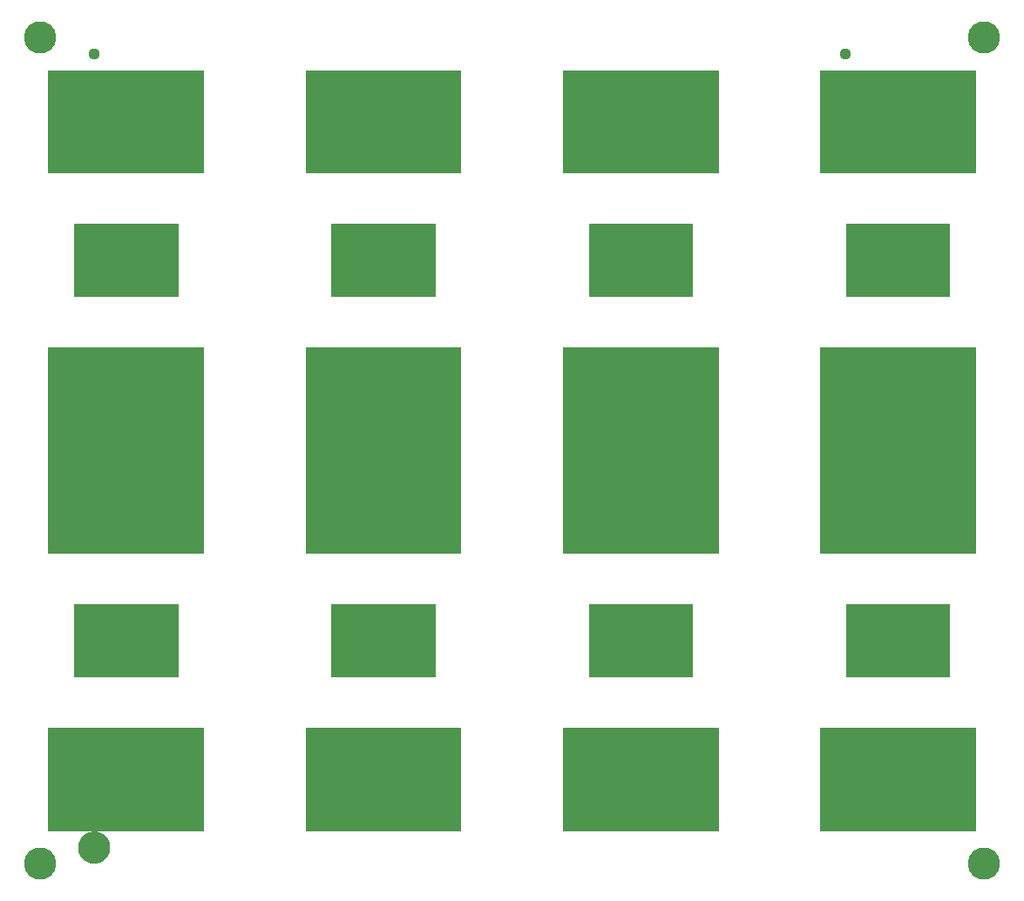
<source format=gbr>
G04 EAGLE Gerber RS-274X export*
G75*
%MOMM*%
%FSLAX34Y34*%
%LPD*%
%INSoldermask Bottom*%
%IPPOS*%
%AMOC8*
5,1,8,0,0,1.08239X$1,22.5*%
G01*
%ADD10C,3.126994*%
%ADD11P,1.761049X8X202.500000*%
%ADD12C,1.127000*%
%ADD13C,1.270000*%
%ADD14C,1.627000*%

G36*
X190065Y269377D02*
X190065Y269377D01*
X190131Y269379D01*
X190174Y269397D01*
X190221Y269405D01*
X190278Y269439D01*
X190338Y269464D01*
X190373Y269495D01*
X190414Y269520D01*
X190456Y269571D01*
X190504Y269615D01*
X190526Y269657D01*
X190555Y269694D01*
X190576Y269756D01*
X190607Y269815D01*
X190615Y269869D01*
X190627Y269906D01*
X190626Y269946D01*
X190634Y270000D01*
X190634Y369000D01*
X190623Y369065D01*
X190621Y369131D01*
X190603Y369174D01*
X190595Y369221D01*
X190561Y369278D01*
X190536Y369338D01*
X190505Y369373D01*
X190480Y369414D01*
X190429Y369456D01*
X190385Y369504D01*
X190414Y369521D01*
X190456Y369572D01*
X190504Y369617D01*
X190526Y369659D01*
X190555Y369696D01*
X190576Y369758D01*
X190607Y369816D01*
X190615Y369871D01*
X190627Y369908D01*
X190626Y369947D01*
X190634Y370002D01*
X190634Y470002D01*
X190623Y470067D01*
X190621Y470132D01*
X190603Y470176D01*
X190595Y470223D01*
X190561Y470279D01*
X190536Y470340D01*
X190505Y470375D01*
X190480Y470416D01*
X190429Y470457D01*
X190385Y470506D01*
X190343Y470527D01*
X190306Y470557D01*
X190244Y470578D01*
X190185Y470608D01*
X190131Y470617D01*
X190094Y470629D01*
X190054Y470628D01*
X190000Y470636D01*
X40000Y470636D01*
X39935Y470624D01*
X39869Y470622D01*
X39826Y470605D01*
X39779Y470596D01*
X39722Y470563D01*
X39662Y470538D01*
X39627Y470506D01*
X39586Y470482D01*
X39545Y470431D01*
X39496Y470387D01*
X39474Y470345D01*
X39445Y470308D01*
X39424Y470246D01*
X39393Y470187D01*
X39385Y470133D01*
X39373Y470096D01*
X39374Y470056D01*
X39366Y470002D01*
X39366Y370002D01*
X39377Y369937D01*
X39379Y369871D01*
X39397Y369828D01*
X39405Y369781D01*
X39439Y369724D01*
X39464Y369663D01*
X39495Y369629D01*
X39520Y369588D01*
X39571Y369546D01*
X39615Y369498D01*
X39586Y369480D01*
X39545Y369429D01*
X39496Y369385D01*
X39474Y369343D01*
X39445Y369306D01*
X39424Y369244D01*
X39393Y369185D01*
X39385Y369131D01*
X39373Y369094D01*
X39374Y369054D01*
X39366Y369000D01*
X39366Y270000D01*
X39377Y269935D01*
X39379Y269869D01*
X39397Y269826D01*
X39405Y269779D01*
X39439Y269722D01*
X39464Y269662D01*
X39495Y269627D01*
X39520Y269586D01*
X39571Y269545D01*
X39615Y269496D01*
X39657Y269474D01*
X39694Y269445D01*
X39756Y269424D01*
X39815Y269393D01*
X39869Y269385D01*
X39906Y269373D01*
X39946Y269374D01*
X40000Y269366D01*
X190000Y269366D01*
X190065Y269377D01*
G37*
G36*
X940076Y269377D02*
X940076Y269377D01*
X940142Y269379D01*
X940185Y269397D01*
X940232Y269405D01*
X940289Y269439D01*
X940350Y269464D01*
X940385Y269495D01*
X940425Y269520D01*
X940467Y269571D01*
X940515Y269615D01*
X940537Y269657D01*
X940567Y269694D01*
X940588Y269756D01*
X940618Y269815D01*
X940626Y269869D01*
X940638Y269906D01*
X940637Y269946D01*
X940645Y270000D01*
X940645Y369000D01*
X940634Y369065D01*
X940632Y369131D01*
X940614Y369174D01*
X940606Y369221D01*
X940572Y369278D01*
X940548Y369338D01*
X940516Y369373D01*
X940492Y369414D01*
X940441Y369456D01*
X940396Y369504D01*
X940425Y369521D01*
X940467Y369572D01*
X940515Y369617D01*
X940537Y369659D01*
X940567Y369696D01*
X940588Y369758D01*
X940618Y369816D01*
X940626Y369871D01*
X940638Y369908D01*
X940637Y369947D01*
X940645Y370002D01*
X940645Y470002D01*
X940634Y470067D01*
X940632Y470132D01*
X940614Y470176D01*
X940606Y470223D01*
X940572Y470279D01*
X940548Y470340D01*
X940516Y470375D01*
X940492Y470416D01*
X940441Y470457D01*
X940396Y470506D01*
X940354Y470527D01*
X940317Y470557D01*
X940255Y470578D01*
X940197Y470608D01*
X940142Y470617D01*
X940105Y470629D01*
X940066Y470628D01*
X940011Y470636D01*
X790011Y470636D01*
X789946Y470624D01*
X789881Y470622D01*
X789837Y470605D01*
X789790Y470596D01*
X789734Y470563D01*
X789673Y470538D01*
X789638Y470506D01*
X789597Y470482D01*
X789556Y470431D01*
X789507Y470387D01*
X789486Y470345D01*
X789456Y470308D01*
X789435Y470246D01*
X789405Y470187D01*
X789397Y470133D01*
X789384Y470096D01*
X789385Y470056D01*
X789377Y470002D01*
X789377Y370002D01*
X789389Y369937D01*
X789391Y369871D01*
X789408Y369828D01*
X789417Y369781D01*
X789450Y369724D01*
X789475Y369663D01*
X789507Y369629D01*
X789531Y369588D01*
X789582Y369546D01*
X789626Y369498D01*
X789597Y369480D01*
X789556Y369429D01*
X789507Y369385D01*
X789486Y369343D01*
X789456Y369306D01*
X789435Y369244D01*
X789405Y369185D01*
X789397Y369131D01*
X789384Y369094D01*
X789385Y369054D01*
X789377Y369000D01*
X789377Y270000D01*
X789389Y269935D01*
X789391Y269869D01*
X789408Y269826D01*
X789417Y269779D01*
X789450Y269722D01*
X789475Y269662D01*
X789507Y269627D01*
X789531Y269586D01*
X789582Y269545D01*
X789626Y269496D01*
X789668Y269474D01*
X789705Y269445D01*
X789767Y269424D01*
X789826Y269393D01*
X789880Y269385D01*
X789917Y269373D01*
X789957Y269374D01*
X790011Y269366D01*
X940011Y269366D01*
X940076Y269377D01*
G37*
G36*
X690064Y269377D02*
X690064Y269377D01*
X690130Y269379D01*
X690173Y269397D01*
X690220Y269405D01*
X690277Y269439D01*
X690337Y269464D01*
X690372Y269495D01*
X690413Y269520D01*
X690455Y269571D01*
X690503Y269615D01*
X690525Y269657D01*
X690554Y269694D01*
X690575Y269756D01*
X690606Y269815D01*
X690614Y269869D01*
X690626Y269906D01*
X690625Y269946D01*
X690633Y270000D01*
X690633Y369000D01*
X690622Y369065D01*
X690620Y369131D01*
X690602Y369174D01*
X690594Y369221D01*
X690560Y369278D01*
X690535Y369338D01*
X690504Y369373D01*
X690479Y369414D01*
X690428Y369456D01*
X690384Y369504D01*
X690413Y369521D01*
X690455Y369572D01*
X690503Y369617D01*
X690525Y369659D01*
X690554Y369696D01*
X690575Y369758D01*
X690606Y369816D01*
X690614Y369871D01*
X690626Y369908D01*
X690625Y369947D01*
X690633Y370002D01*
X690633Y470002D01*
X690622Y470067D01*
X690620Y470132D01*
X690602Y470176D01*
X690594Y470223D01*
X690560Y470279D01*
X690535Y470340D01*
X690504Y470375D01*
X690479Y470416D01*
X690428Y470457D01*
X690384Y470506D01*
X690342Y470527D01*
X690305Y470557D01*
X690243Y470578D01*
X690184Y470608D01*
X690130Y470617D01*
X690093Y470629D01*
X690053Y470628D01*
X689999Y470636D01*
X539999Y470636D01*
X539934Y470624D01*
X539868Y470622D01*
X539825Y470605D01*
X539778Y470596D01*
X539721Y470563D01*
X539661Y470538D01*
X539626Y470506D01*
X539585Y470482D01*
X539544Y470431D01*
X539495Y470387D01*
X539473Y470345D01*
X539444Y470308D01*
X539423Y470246D01*
X539392Y470187D01*
X539384Y470133D01*
X539372Y470096D01*
X539373Y470056D01*
X539365Y470002D01*
X539365Y370002D01*
X539376Y369937D01*
X539378Y369871D01*
X539396Y369828D01*
X539404Y369781D01*
X539438Y369724D01*
X539463Y369663D01*
X539494Y369629D01*
X539519Y369588D01*
X539570Y369546D01*
X539614Y369498D01*
X539585Y369480D01*
X539544Y369429D01*
X539495Y369385D01*
X539473Y369343D01*
X539444Y369306D01*
X539423Y369244D01*
X539392Y369185D01*
X539384Y369131D01*
X539372Y369094D01*
X539373Y369054D01*
X539365Y369000D01*
X539365Y270000D01*
X539376Y269935D01*
X539378Y269869D01*
X539396Y269826D01*
X539404Y269779D01*
X539438Y269722D01*
X539463Y269662D01*
X539494Y269627D01*
X539519Y269586D01*
X539570Y269545D01*
X539614Y269496D01*
X539656Y269474D01*
X539693Y269445D01*
X539755Y269424D01*
X539814Y269393D01*
X539868Y269385D01*
X539905Y269373D01*
X539945Y269374D01*
X539999Y269366D01*
X689999Y269366D01*
X690064Y269377D01*
G37*
G36*
X440077Y269377D02*
X440077Y269377D01*
X440143Y269379D01*
X440186Y269397D01*
X440233Y269405D01*
X440290Y269439D01*
X440351Y269464D01*
X440386Y269495D01*
X440426Y269520D01*
X440468Y269571D01*
X440516Y269615D01*
X440538Y269657D01*
X440568Y269694D01*
X440589Y269756D01*
X440619Y269815D01*
X440627Y269869D01*
X440639Y269906D01*
X440638Y269946D01*
X440646Y270000D01*
X440646Y369000D01*
X440635Y369065D01*
X440633Y369131D01*
X440615Y369174D01*
X440607Y369221D01*
X440573Y369278D01*
X440549Y369338D01*
X440517Y369373D01*
X440493Y369414D01*
X440442Y369456D01*
X440397Y369504D01*
X440426Y369521D01*
X440468Y369572D01*
X440516Y369617D01*
X440538Y369659D01*
X440568Y369696D01*
X440589Y369758D01*
X440619Y369816D01*
X440627Y369871D01*
X440639Y369908D01*
X440638Y369947D01*
X440646Y370002D01*
X440646Y470002D01*
X440635Y470067D01*
X440633Y470132D01*
X440615Y470176D01*
X440607Y470223D01*
X440573Y470279D01*
X440549Y470340D01*
X440517Y470375D01*
X440493Y470416D01*
X440442Y470457D01*
X440397Y470506D01*
X440355Y470527D01*
X440318Y470557D01*
X440256Y470578D01*
X440198Y470608D01*
X440143Y470617D01*
X440106Y470629D01*
X440067Y470628D01*
X440012Y470636D01*
X290012Y470636D01*
X289947Y470624D01*
X289882Y470622D01*
X289838Y470605D01*
X289791Y470596D01*
X289735Y470563D01*
X289674Y470538D01*
X289639Y470506D01*
X289598Y470482D01*
X289557Y470431D01*
X289508Y470387D01*
X289487Y470345D01*
X289457Y470308D01*
X289436Y470246D01*
X289406Y470187D01*
X289398Y470133D01*
X289385Y470096D01*
X289386Y470056D01*
X289378Y470002D01*
X289378Y370002D01*
X289390Y369937D01*
X289392Y369871D01*
X289409Y369828D01*
X289418Y369781D01*
X289451Y369724D01*
X289476Y369663D01*
X289508Y369629D01*
X289532Y369588D01*
X289583Y369546D01*
X289627Y369498D01*
X289598Y369480D01*
X289557Y369429D01*
X289508Y369385D01*
X289487Y369343D01*
X289457Y369306D01*
X289436Y369244D01*
X289406Y369185D01*
X289398Y369131D01*
X289385Y369094D01*
X289386Y369054D01*
X289378Y369000D01*
X289378Y270000D01*
X289390Y269935D01*
X289392Y269869D01*
X289409Y269826D01*
X289418Y269779D01*
X289451Y269722D01*
X289476Y269662D01*
X289508Y269627D01*
X289532Y269586D01*
X289583Y269545D01*
X289627Y269496D01*
X289669Y269474D01*
X289706Y269445D01*
X289768Y269424D01*
X289827Y269393D01*
X289881Y269385D01*
X289918Y269373D01*
X289958Y269374D01*
X290012Y269366D01*
X440012Y269366D01*
X440077Y269377D01*
G37*
G36*
X940076Y-623D02*
X940076Y-623D01*
X940142Y-621D01*
X940185Y-603D01*
X940232Y-595D01*
X940289Y-561D01*
X940350Y-536D01*
X940385Y-505D01*
X940425Y-480D01*
X940467Y-429D01*
X940515Y-385D01*
X940537Y-343D01*
X940567Y-306D01*
X940588Y-244D01*
X940618Y-185D01*
X940626Y-131D01*
X940638Y-94D01*
X940637Y-54D01*
X940645Y0D01*
X940645Y100000D01*
X940634Y100065D01*
X940632Y100131D01*
X940614Y100174D01*
X940606Y100221D01*
X940572Y100278D01*
X940548Y100338D01*
X940516Y100373D01*
X940492Y100414D01*
X940441Y100456D01*
X940396Y100504D01*
X940354Y100526D01*
X940317Y100555D01*
X940255Y100576D01*
X940197Y100607D01*
X940142Y100615D01*
X940105Y100627D01*
X940066Y100626D01*
X940011Y100634D01*
X790011Y100634D01*
X789946Y100623D01*
X789881Y100621D01*
X789837Y100603D01*
X789790Y100595D01*
X789734Y100561D01*
X789673Y100536D01*
X789638Y100505D01*
X789597Y100480D01*
X789556Y100429D01*
X789507Y100385D01*
X789486Y100343D01*
X789456Y100306D01*
X789435Y100244D01*
X789405Y100185D01*
X789397Y100131D01*
X789384Y100094D01*
X789385Y100054D01*
X789377Y100000D01*
X789377Y0D01*
X789389Y-65D01*
X789391Y-131D01*
X789408Y-174D01*
X789417Y-221D01*
X789450Y-278D01*
X789475Y-338D01*
X789507Y-373D01*
X789531Y-414D01*
X789582Y-456D01*
X789626Y-504D01*
X789668Y-526D01*
X789705Y-555D01*
X789767Y-576D01*
X789826Y-607D01*
X789880Y-615D01*
X789917Y-627D01*
X789957Y-626D01*
X790011Y-634D01*
X940011Y-634D01*
X940076Y-623D01*
G37*
G36*
X690064Y-623D02*
X690064Y-623D01*
X690130Y-621D01*
X690173Y-603D01*
X690220Y-595D01*
X690277Y-561D01*
X690337Y-536D01*
X690372Y-505D01*
X690413Y-480D01*
X690455Y-429D01*
X690503Y-385D01*
X690525Y-343D01*
X690554Y-306D01*
X690575Y-244D01*
X690606Y-185D01*
X690614Y-131D01*
X690626Y-94D01*
X690625Y-54D01*
X690633Y0D01*
X690633Y100000D01*
X690622Y100065D01*
X690620Y100131D01*
X690602Y100174D01*
X690594Y100221D01*
X690560Y100278D01*
X690535Y100338D01*
X690504Y100373D01*
X690479Y100414D01*
X690428Y100456D01*
X690384Y100504D01*
X690342Y100526D01*
X690305Y100555D01*
X690243Y100576D01*
X690184Y100607D01*
X690130Y100615D01*
X690093Y100627D01*
X690053Y100626D01*
X689999Y100634D01*
X539999Y100634D01*
X539934Y100623D01*
X539868Y100621D01*
X539825Y100603D01*
X539778Y100595D01*
X539721Y100561D01*
X539661Y100536D01*
X539626Y100505D01*
X539585Y100480D01*
X539544Y100429D01*
X539495Y100385D01*
X539473Y100343D01*
X539444Y100306D01*
X539423Y100244D01*
X539392Y100185D01*
X539384Y100131D01*
X539372Y100094D01*
X539373Y100054D01*
X539365Y100000D01*
X539365Y0D01*
X539376Y-65D01*
X539378Y-131D01*
X539396Y-174D01*
X539404Y-221D01*
X539438Y-278D01*
X539463Y-338D01*
X539494Y-373D01*
X539519Y-414D01*
X539570Y-456D01*
X539614Y-504D01*
X539656Y-526D01*
X539693Y-555D01*
X539755Y-576D01*
X539814Y-607D01*
X539868Y-615D01*
X539905Y-627D01*
X539945Y-626D01*
X539999Y-634D01*
X689999Y-634D01*
X690064Y-623D01*
G37*
G36*
X440077Y-623D02*
X440077Y-623D01*
X440143Y-621D01*
X440186Y-603D01*
X440233Y-595D01*
X440290Y-561D01*
X440351Y-536D01*
X440386Y-505D01*
X440426Y-480D01*
X440468Y-429D01*
X440516Y-385D01*
X440538Y-343D01*
X440568Y-306D01*
X440589Y-244D01*
X440619Y-185D01*
X440627Y-131D01*
X440639Y-94D01*
X440638Y-54D01*
X440646Y0D01*
X440646Y100000D01*
X440635Y100065D01*
X440633Y100131D01*
X440615Y100174D01*
X440607Y100221D01*
X440573Y100278D01*
X440549Y100338D01*
X440517Y100373D01*
X440493Y100414D01*
X440442Y100456D01*
X440397Y100504D01*
X440355Y100526D01*
X440318Y100555D01*
X440256Y100576D01*
X440198Y100607D01*
X440143Y100615D01*
X440106Y100627D01*
X440067Y100626D01*
X440012Y100634D01*
X290012Y100634D01*
X289947Y100623D01*
X289882Y100621D01*
X289838Y100603D01*
X289791Y100595D01*
X289735Y100561D01*
X289674Y100536D01*
X289639Y100505D01*
X289598Y100480D01*
X289557Y100429D01*
X289508Y100385D01*
X289487Y100343D01*
X289457Y100306D01*
X289436Y100244D01*
X289406Y100185D01*
X289398Y100131D01*
X289385Y100094D01*
X289386Y100054D01*
X289378Y100000D01*
X289378Y0D01*
X289390Y-65D01*
X289392Y-131D01*
X289409Y-174D01*
X289418Y-221D01*
X289451Y-278D01*
X289476Y-338D01*
X289508Y-373D01*
X289532Y-414D01*
X289583Y-456D01*
X289627Y-504D01*
X289669Y-526D01*
X289706Y-555D01*
X289768Y-576D01*
X289827Y-607D01*
X289881Y-615D01*
X289918Y-627D01*
X289958Y-626D01*
X290012Y-634D01*
X440012Y-634D01*
X440077Y-623D01*
G37*
G36*
X190065Y-623D02*
X190065Y-623D01*
X190131Y-621D01*
X190174Y-603D01*
X190221Y-595D01*
X190278Y-561D01*
X190338Y-536D01*
X190373Y-505D01*
X190414Y-480D01*
X190456Y-429D01*
X190504Y-385D01*
X190526Y-343D01*
X190555Y-306D01*
X190576Y-244D01*
X190607Y-185D01*
X190615Y-131D01*
X190627Y-94D01*
X190626Y-54D01*
X190634Y0D01*
X190634Y100000D01*
X190623Y100065D01*
X190621Y100131D01*
X190603Y100174D01*
X190595Y100221D01*
X190561Y100278D01*
X190536Y100338D01*
X190505Y100373D01*
X190480Y100414D01*
X190429Y100456D01*
X190385Y100504D01*
X190343Y100526D01*
X190306Y100555D01*
X190244Y100576D01*
X190185Y100607D01*
X190131Y100615D01*
X190094Y100627D01*
X190054Y100626D01*
X190000Y100634D01*
X40000Y100634D01*
X39935Y100623D01*
X39869Y100621D01*
X39826Y100603D01*
X39779Y100595D01*
X39722Y100561D01*
X39662Y100536D01*
X39627Y100505D01*
X39586Y100480D01*
X39545Y100429D01*
X39496Y100385D01*
X39474Y100343D01*
X39445Y100306D01*
X39424Y100244D01*
X39393Y100185D01*
X39385Y100131D01*
X39373Y100094D01*
X39374Y100054D01*
X39366Y100000D01*
X39366Y0D01*
X39377Y-65D01*
X39379Y-131D01*
X39397Y-174D01*
X39405Y-221D01*
X39439Y-278D01*
X39464Y-338D01*
X39495Y-373D01*
X39520Y-414D01*
X39571Y-456D01*
X39615Y-504D01*
X39657Y-526D01*
X39694Y-555D01*
X39756Y-576D01*
X39815Y-607D01*
X39869Y-615D01*
X39906Y-627D01*
X39946Y-626D01*
X40000Y-634D01*
X190000Y-634D01*
X190065Y-623D01*
G37*
G36*
X690064Y639379D02*
X690064Y639379D01*
X690130Y639381D01*
X690173Y639399D01*
X690220Y639407D01*
X690277Y639441D01*
X690337Y639465D01*
X690372Y639497D01*
X690413Y639521D01*
X690455Y639572D01*
X690503Y639617D01*
X690525Y639659D01*
X690554Y639696D01*
X690575Y639758D01*
X690606Y639816D01*
X690614Y639871D01*
X690626Y639908D01*
X690625Y639947D01*
X690633Y640002D01*
X690633Y739002D01*
X690622Y739067D01*
X690620Y739132D01*
X690602Y739176D01*
X690594Y739223D01*
X690560Y739279D01*
X690535Y739340D01*
X690504Y739375D01*
X690479Y739416D01*
X690428Y739457D01*
X690384Y739506D01*
X690342Y739527D01*
X690305Y739557D01*
X690243Y739578D01*
X690184Y739608D01*
X690130Y739617D01*
X690093Y739629D01*
X690053Y739628D01*
X689999Y739636D01*
X539999Y739636D01*
X539934Y739624D01*
X539868Y739622D01*
X539825Y739605D01*
X539778Y739596D01*
X539721Y739563D01*
X539661Y739538D01*
X539626Y739506D01*
X539585Y739482D01*
X539544Y739431D01*
X539495Y739387D01*
X539473Y739345D01*
X539444Y739308D01*
X539423Y739246D01*
X539392Y739187D01*
X539384Y739133D01*
X539372Y739096D01*
X539373Y739056D01*
X539365Y739002D01*
X539365Y640002D01*
X539376Y639937D01*
X539378Y639871D01*
X539396Y639828D01*
X539404Y639781D01*
X539438Y639724D01*
X539463Y639663D01*
X539494Y639629D01*
X539519Y639588D01*
X539570Y639546D01*
X539614Y639498D01*
X539656Y639476D01*
X539693Y639446D01*
X539755Y639425D01*
X539814Y639395D01*
X539868Y639387D01*
X539905Y639375D01*
X539945Y639376D01*
X539999Y639368D01*
X689999Y639368D01*
X690064Y639379D01*
G37*
G36*
X940076Y639379D02*
X940076Y639379D01*
X940142Y639381D01*
X940185Y639399D01*
X940232Y639407D01*
X940289Y639441D01*
X940350Y639465D01*
X940385Y639497D01*
X940425Y639521D01*
X940467Y639572D01*
X940515Y639617D01*
X940537Y639659D01*
X940567Y639696D01*
X940588Y639758D01*
X940618Y639816D01*
X940626Y639871D01*
X940638Y639908D01*
X940637Y639947D01*
X940645Y640002D01*
X940645Y739002D01*
X940634Y739067D01*
X940632Y739132D01*
X940614Y739176D01*
X940606Y739223D01*
X940572Y739279D01*
X940548Y739340D01*
X940516Y739375D01*
X940492Y739416D01*
X940441Y739457D01*
X940396Y739506D01*
X940354Y739527D01*
X940317Y739557D01*
X940255Y739578D01*
X940197Y739608D01*
X940142Y739617D01*
X940105Y739629D01*
X940066Y739628D01*
X940011Y739636D01*
X790011Y739636D01*
X789946Y739624D01*
X789881Y739622D01*
X789837Y739605D01*
X789790Y739596D01*
X789734Y739563D01*
X789673Y739538D01*
X789638Y739506D01*
X789597Y739482D01*
X789556Y739431D01*
X789507Y739387D01*
X789486Y739345D01*
X789456Y739308D01*
X789435Y739246D01*
X789405Y739187D01*
X789397Y739133D01*
X789384Y739096D01*
X789385Y739056D01*
X789377Y739002D01*
X789377Y640002D01*
X789389Y639937D01*
X789391Y639871D01*
X789408Y639828D01*
X789417Y639781D01*
X789450Y639724D01*
X789475Y639663D01*
X789507Y639629D01*
X789531Y639588D01*
X789582Y639546D01*
X789626Y639498D01*
X789668Y639476D01*
X789705Y639446D01*
X789767Y639425D01*
X789826Y639395D01*
X789880Y639387D01*
X789917Y639375D01*
X789957Y639376D01*
X790011Y639368D01*
X940011Y639368D01*
X940076Y639379D01*
G37*
G36*
X440077Y639379D02*
X440077Y639379D01*
X440143Y639381D01*
X440186Y639399D01*
X440233Y639407D01*
X440290Y639441D01*
X440351Y639465D01*
X440386Y639497D01*
X440426Y639521D01*
X440468Y639572D01*
X440516Y639617D01*
X440538Y639659D01*
X440568Y639696D01*
X440589Y639758D01*
X440619Y639816D01*
X440627Y639871D01*
X440639Y639908D01*
X440638Y639947D01*
X440646Y640002D01*
X440646Y739002D01*
X440635Y739067D01*
X440633Y739132D01*
X440615Y739176D01*
X440607Y739223D01*
X440573Y739279D01*
X440549Y739340D01*
X440517Y739375D01*
X440493Y739416D01*
X440442Y739457D01*
X440397Y739506D01*
X440355Y739527D01*
X440318Y739557D01*
X440256Y739578D01*
X440198Y739608D01*
X440143Y739617D01*
X440106Y739629D01*
X440067Y739628D01*
X440012Y739636D01*
X290012Y739636D01*
X289947Y739624D01*
X289882Y739622D01*
X289838Y739605D01*
X289791Y739596D01*
X289735Y739563D01*
X289674Y739538D01*
X289639Y739506D01*
X289598Y739482D01*
X289557Y739431D01*
X289508Y739387D01*
X289487Y739345D01*
X289457Y739308D01*
X289436Y739246D01*
X289406Y739187D01*
X289398Y739133D01*
X289385Y739096D01*
X289386Y739056D01*
X289378Y739002D01*
X289378Y640002D01*
X289390Y639937D01*
X289392Y639871D01*
X289409Y639828D01*
X289418Y639781D01*
X289451Y639724D01*
X289476Y639663D01*
X289508Y639629D01*
X289532Y639588D01*
X289583Y639546D01*
X289627Y639498D01*
X289669Y639476D01*
X289706Y639446D01*
X289768Y639425D01*
X289827Y639395D01*
X289881Y639387D01*
X289918Y639375D01*
X289958Y639376D01*
X290012Y639368D01*
X440012Y639368D01*
X440077Y639379D01*
G37*
G36*
X190065Y639379D02*
X190065Y639379D01*
X190131Y639381D01*
X190174Y639399D01*
X190221Y639407D01*
X190278Y639441D01*
X190338Y639465D01*
X190373Y639497D01*
X190414Y639521D01*
X190456Y639572D01*
X190504Y639617D01*
X190526Y639659D01*
X190555Y639696D01*
X190576Y639758D01*
X190607Y639816D01*
X190615Y639871D01*
X190627Y639908D01*
X190626Y639947D01*
X190634Y640002D01*
X190634Y739002D01*
X190623Y739067D01*
X190621Y739132D01*
X190603Y739176D01*
X190595Y739223D01*
X190561Y739279D01*
X190536Y739340D01*
X190505Y739375D01*
X190480Y739416D01*
X190429Y739457D01*
X190385Y739506D01*
X190343Y739527D01*
X190306Y739557D01*
X190244Y739578D01*
X190185Y739608D01*
X190131Y739617D01*
X190094Y739629D01*
X190054Y739628D01*
X190000Y739636D01*
X40000Y739636D01*
X39935Y739624D01*
X39869Y739622D01*
X39826Y739605D01*
X39779Y739596D01*
X39722Y739563D01*
X39662Y739538D01*
X39627Y739506D01*
X39586Y739482D01*
X39545Y739431D01*
X39496Y739387D01*
X39474Y739345D01*
X39445Y739308D01*
X39424Y739246D01*
X39393Y739187D01*
X39385Y739133D01*
X39373Y739096D01*
X39374Y739056D01*
X39366Y739002D01*
X39366Y640002D01*
X39377Y639937D01*
X39379Y639871D01*
X39397Y639828D01*
X39405Y639781D01*
X39439Y639724D01*
X39464Y639663D01*
X39495Y639629D01*
X39520Y639588D01*
X39571Y639546D01*
X39615Y639498D01*
X39657Y639476D01*
X39694Y639446D01*
X39756Y639425D01*
X39815Y639395D01*
X39869Y639387D01*
X39906Y639375D01*
X39946Y639376D01*
X40000Y639368D01*
X190000Y639368D01*
X190065Y639379D01*
G37*
G36*
X915076Y519379D02*
X915076Y519379D01*
X915142Y519381D01*
X915185Y519399D01*
X915232Y519407D01*
X915289Y519441D01*
X915350Y519465D01*
X915385Y519497D01*
X915425Y519521D01*
X915467Y519572D01*
X915515Y519617D01*
X915537Y519659D01*
X915567Y519696D01*
X915588Y519758D01*
X915618Y519816D01*
X915626Y519871D01*
X915638Y519908D01*
X915637Y519947D01*
X915645Y520002D01*
X915645Y590002D01*
X915634Y590067D01*
X915632Y590132D01*
X915614Y590176D01*
X915606Y590223D01*
X915572Y590279D01*
X915548Y590340D01*
X915516Y590375D01*
X915492Y590416D01*
X915441Y590457D01*
X915396Y590506D01*
X915354Y590527D01*
X915317Y590557D01*
X915255Y590578D01*
X915197Y590608D01*
X915142Y590617D01*
X915105Y590629D01*
X915066Y590628D01*
X915011Y590636D01*
X815011Y590636D01*
X814946Y590624D01*
X814881Y590622D01*
X814837Y590605D01*
X814790Y590596D01*
X814734Y590563D01*
X814673Y590538D01*
X814638Y590506D01*
X814597Y590482D01*
X814556Y590431D01*
X814507Y590387D01*
X814486Y590345D01*
X814456Y590308D01*
X814435Y590246D01*
X814405Y590187D01*
X814397Y590133D01*
X814384Y590096D01*
X814385Y590056D01*
X814377Y590002D01*
X814377Y520002D01*
X814389Y519937D01*
X814391Y519871D01*
X814408Y519828D01*
X814417Y519781D01*
X814450Y519724D01*
X814475Y519663D01*
X814507Y519629D01*
X814531Y519588D01*
X814582Y519546D01*
X814626Y519498D01*
X814668Y519476D01*
X814705Y519446D01*
X814767Y519425D01*
X814826Y519395D01*
X814880Y519387D01*
X814917Y519375D01*
X814957Y519376D01*
X815011Y519368D01*
X915011Y519368D01*
X915076Y519379D01*
G37*
G36*
X665064Y519379D02*
X665064Y519379D01*
X665130Y519381D01*
X665173Y519399D01*
X665220Y519407D01*
X665277Y519441D01*
X665337Y519465D01*
X665372Y519497D01*
X665413Y519521D01*
X665455Y519572D01*
X665503Y519617D01*
X665525Y519659D01*
X665554Y519696D01*
X665575Y519758D01*
X665606Y519816D01*
X665614Y519871D01*
X665626Y519908D01*
X665625Y519947D01*
X665633Y520002D01*
X665633Y590002D01*
X665622Y590067D01*
X665620Y590132D01*
X665602Y590176D01*
X665594Y590223D01*
X665560Y590279D01*
X665535Y590340D01*
X665504Y590375D01*
X665479Y590416D01*
X665428Y590457D01*
X665384Y590506D01*
X665342Y590527D01*
X665305Y590557D01*
X665243Y590578D01*
X665184Y590608D01*
X665130Y590617D01*
X665093Y590629D01*
X665053Y590628D01*
X664999Y590636D01*
X564999Y590636D01*
X564934Y590624D01*
X564868Y590622D01*
X564825Y590605D01*
X564778Y590596D01*
X564721Y590563D01*
X564661Y590538D01*
X564626Y590506D01*
X564585Y590482D01*
X564544Y590431D01*
X564495Y590387D01*
X564473Y590345D01*
X564444Y590308D01*
X564423Y590246D01*
X564392Y590187D01*
X564384Y590133D01*
X564372Y590096D01*
X564373Y590056D01*
X564365Y590002D01*
X564365Y520002D01*
X564376Y519937D01*
X564378Y519871D01*
X564396Y519828D01*
X564404Y519781D01*
X564438Y519724D01*
X564463Y519663D01*
X564494Y519629D01*
X564519Y519588D01*
X564570Y519546D01*
X564614Y519498D01*
X564656Y519476D01*
X564693Y519446D01*
X564755Y519425D01*
X564814Y519395D01*
X564868Y519387D01*
X564905Y519375D01*
X564945Y519376D01*
X564999Y519368D01*
X664999Y519368D01*
X665064Y519379D01*
G37*
G36*
X415077Y519379D02*
X415077Y519379D01*
X415143Y519381D01*
X415186Y519399D01*
X415233Y519407D01*
X415290Y519441D01*
X415351Y519465D01*
X415386Y519497D01*
X415426Y519521D01*
X415468Y519572D01*
X415516Y519617D01*
X415538Y519659D01*
X415568Y519696D01*
X415589Y519758D01*
X415619Y519816D01*
X415627Y519871D01*
X415639Y519908D01*
X415638Y519947D01*
X415646Y520002D01*
X415646Y590002D01*
X415635Y590067D01*
X415633Y590132D01*
X415615Y590176D01*
X415607Y590223D01*
X415573Y590279D01*
X415549Y590340D01*
X415517Y590375D01*
X415493Y590416D01*
X415442Y590457D01*
X415397Y590506D01*
X415355Y590527D01*
X415318Y590557D01*
X415256Y590578D01*
X415198Y590608D01*
X415143Y590617D01*
X415106Y590629D01*
X415067Y590628D01*
X415012Y590636D01*
X315012Y590636D01*
X314947Y590624D01*
X314882Y590622D01*
X314838Y590605D01*
X314791Y590596D01*
X314735Y590563D01*
X314674Y590538D01*
X314639Y590506D01*
X314598Y590482D01*
X314557Y590431D01*
X314508Y590387D01*
X314487Y590345D01*
X314457Y590308D01*
X314436Y590246D01*
X314406Y590187D01*
X314398Y590133D01*
X314385Y590096D01*
X314386Y590056D01*
X314378Y590002D01*
X314378Y520002D01*
X314390Y519937D01*
X314392Y519871D01*
X314409Y519828D01*
X314418Y519781D01*
X314451Y519724D01*
X314476Y519663D01*
X314508Y519629D01*
X314532Y519588D01*
X314583Y519546D01*
X314627Y519498D01*
X314669Y519476D01*
X314706Y519446D01*
X314768Y519425D01*
X314827Y519395D01*
X314881Y519387D01*
X314918Y519375D01*
X314958Y519376D01*
X315012Y519368D01*
X415012Y519368D01*
X415077Y519379D01*
G37*
G36*
X165065Y519379D02*
X165065Y519379D01*
X165131Y519381D01*
X165174Y519399D01*
X165221Y519407D01*
X165278Y519441D01*
X165338Y519465D01*
X165373Y519497D01*
X165414Y519521D01*
X165456Y519572D01*
X165504Y519617D01*
X165526Y519659D01*
X165555Y519696D01*
X165576Y519758D01*
X165607Y519816D01*
X165615Y519871D01*
X165627Y519908D01*
X165626Y519947D01*
X165634Y520002D01*
X165634Y590002D01*
X165623Y590067D01*
X165621Y590132D01*
X165603Y590176D01*
X165595Y590223D01*
X165561Y590279D01*
X165536Y590340D01*
X165505Y590375D01*
X165480Y590416D01*
X165429Y590457D01*
X165385Y590506D01*
X165343Y590527D01*
X165306Y590557D01*
X165244Y590578D01*
X165185Y590608D01*
X165131Y590617D01*
X165094Y590629D01*
X165054Y590628D01*
X165000Y590636D01*
X65000Y590636D01*
X64935Y590624D01*
X64869Y590622D01*
X64826Y590605D01*
X64779Y590596D01*
X64722Y590563D01*
X64662Y590538D01*
X64627Y590506D01*
X64586Y590482D01*
X64545Y590431D01*
X64496Y590387D01*
X64474Y590345D01*
X64445Y590308D01*
X64424Y590246D01*
X64393Y590187D01*
X64385Y590133D01*
X64373Y590096D01*
X64374Y590056D01*
X64366Y590002D01*
X64366Y520002D01*
X64377Y519937D01*
X64379Y519871D01*
X64397Y519828D01*
X64405Y519781D01*
X64439Y519724D01*
X64464Y519663D01*
X64495Y519629D01*
X64520Y519588D01*
X64571Y519546D01*
X64615Y519498D01*
X64657Y519476D01*
X64694Y519446D01*
X64756Y519425D01*
X64815Y519395D01*
X64869Y519387D01*
X64906Y519375D01*
X64946Y519376D01*
X65000Y519368D01*
X165000Y519368D01*
X165065Y519379D01*
G37*
G36*
X915076Y149377D02*
X915076Y149377D01*
X915142Y149379D01*
X915185Y149397D01*
X915232Y149405D01*
X915289Y149439D01*
X915350Y149464D01*
X915385Y149495D01*
X915425Y149520D01*
X915467Y149571D01*
X915515Y149615D01*
X915537Y149657D01*
X915567Y149694D01*
X915588Y149756D01*
X915618Y149815D01*
X915626Y149869D01*
X915638Y149906D01*
X915637Y149946D01*
X915645Y150000D01*
X915645Y220000D01*
X915634Y220065D01*
X915632Y220131D01*
X915614Y220174D01*
X915606Y220221D01*
X915572Y220278D01*
X915548Y220338D01*
X915516Y220373D01*
X915492Y220414D01*
X915441Y220456D01*
X915396Y220504D01*
X915354Y220526D01*
X915317Y220555D01*
X915255Y220576D01*
X915197Y220607D01*
X915142Y220615D01*
X915105Y220627D01*
X915066Y220626D01*
X915011Y220634D01*
X815011Y220634D01*
X814946Y220623D01*
X814881Y220621D01*
X814837Y220603D01*
X814790Y220595D01*
X814734Y220561D01*
X814673Y220536D01*
X814638Y220505D01*
X814597Y220480D01*
X814556Y220429D01*
X814507Y220385D01*
X814486Y220343D01*
X814456Y220306D01*
X814435Y220244D01*
X814405Y220185D01*
X814397Y220131D01*
X814384Y220094D01*
X814385Y220054D01*
X814377Y220000D01*
X814377Y150000D01*
X814389Y149935D01*
X814391Y149869D01*
X814408Y149826D01*
X814417Y149779D01*
X814450Y149722D01*
X814475Y149662D01*
X814507Y149627D01*
X814531Y149586D01*
X814582Y149545D01*
X814626Y149496D01*
X814668Y149474D01*
X814705Y149445D01*
X814767Y149424D01*
X814826Y149393D01*
X814880Y149385D01*
X814917Y149373D01*
X814957Y149374D01*
X815011Y149366D01*
X915011Y149366D01*
X915076Y149377D01*
G37*
G36*
X665064Y149377D02*
X665064Y149377D01*
X665130Y149379D01*
X665173Y149397D01*
X665220Y149405D01*
X665277Y149439D01*
X665337Y149464D01*
X665372Y149495D01*
X665413Y149520D01*
X665455Y149571D01*
X665503Y149615D01*
X665525Y149657D01*
X665554Y149694D01*
X665575Y149756D01*
X665606Y149815D01*
X665614Y149869D01*
X665626Y149906D01*
X665625Y149946D01*
X665633Y150000D01*
X665633Y220000D01*
X665622Y220065D01*
X665620Y220131D01*
X665602Y220174D01*
X665594Y220221D01*
X665560Y220278D01*
X665535Y220338D01*
X665504Y220373D01*
X665479Y220414D01*
X665428Y220456D01*
X665384Y220504D01*
X665342Y220526D01*
X665305Y220555D01*
X665243Y220576D01*
X665184Y220607D01*
X665130Y220615D01*
X665093Y220627D01*
X665053Y220626D01*
X664999Y220634D01*
X564999Y220634D01*
X564934Y220623D01*
X564868Y220621D01*
X564825Y220603D01*
X564778Y220595D01*
X564721Y220561D01*
X564661Y220536D01*
X564626Y220505D01*
X564585Y220480D01*
X564544Y220429D01*
X564495Y220385D01*
X564473Y220343D01*
X564444Y220306D01*
X564423Y220244D01*
X564392Y220185D01*
X564384Y220131D01*
X564372Y220094D01*
X564373Y220054D01*
X564365Y220000D01*
X564365Y150000D01*
X564376Y149935D01*
X564378Y149869D01*
X564396Y149826D01*
X564404Y149779D01*
X564438Y149722D01*
X564463Y149662D01*
X564494Y149627D01*
X564519Y149586D01*
X564570Y149545D01*
X564614Y149496D01*
X564656Y149474D01*
X564693Y149445D01*
X564755Y149424D01*
X564814Y149393D01*
X564868Y149385D01*
X564905Y149373D01*
X564945Y149374D01*
X564999Y149366D01*
X664999Y149366D01*
X665064Y149377D01*
G37*
G36*
X415077Y149377D02*
X415077Y149377D01*
X415143Y149379D01*
X415186Y149397D01*
X415233Y149405D01*
X415290Y149439D01*
X415351Y149464D01*
X415386Y149495D01*
X415426Y149520D01*
X415468Y149571D01*
X415516Y149615D01*
X415538Y149657D01*
X415568Y149694D01*
X415589Y149756D01*
X415619Y149815D01*
X415627Y149869D01*
X415639Y149906D01*
X415638Y149946D01*
X415646Y150000D01*
X415646Y220000D01*
X415635Y220065D01*
X415633Y220131D01*
X415615Y220174D01*
X415607Y220221D01*
X415573Y220278D01*
X415549Y220338D01*
X415517Y220373D01*
X415493Y220414D01*
X415442Y220456D01*
X415397Y220504D01*
X415355Y220526D01*
X415318Y220555D01*
X415256Y220576D01*
X415198Y220607D01*
X415143Y220615D01*
X415106Y220627D01*
X415067Y220626D01*
X415012Y220634D01*
X315012Y220634D01*
X314947Y220623D01*
X314882Y220621D01*
X314838Y220603D01*
X314791Y220595D01*
X314735Y220561D01*
X314674Y220536D01*
X314639Y220505D01*
X314598Y220480D01*
X314557Y220429D01*
X314508Y220385D01*
X314487Y220343D01*
X314457Y220306D01*
X314436Y220244D01*
X314406Y220185D01*
X314398Y220131D01*
X314385Y220094D01*
X314386Y220054D01*
X314378Y220000D01*
X314378Y150000D01*
X314390Y149935D01*
X314392Y149869D01*
X314409Y149826D01*
X314418Y149779D01*
X314451Y149722D01*
X314476Y149662D01*
X314508Y149627D01*
X314532Y149586D01*
X314583Y149545D01*
X314627Y149496D01*
X314669Y149474D01*
X314706Y149445D01*
X314768Y149424D01*
X314827Y149393D01*
X314881Y149385D01*
X314918Y149373D01*
X314958Y149374D01*
X315012Y149366D01*
X415012Y149366D01*
X415077Y149377D01*
G37*
G36*
X165065Y149377D02*
X165065Y149377D01*
X165131Y149379D01*
X165174Y149397D01*
X165221Y149405D01*
X165278Y149439D01*
X165338Y149464D01*
X165373Y149495D01*
X165414Y149520D01*
X165456Y149571D01*
X165504Y149615D01*
X165526Y149657D01*
X165555Y149694D01*
X165576Y149756D01*
X165607Y149815D01*
X165615Y149869D01*
X165627Y149906D01*
X165626Y149946D01*
X165634Y150000D01*
X165634Y220000D01*
X165623Y220065D01*
X165621Y220131D01*
X165603Y220174D01*
X165595Y220221D01*
X165561Y220278D01*
X165536Y220338D01*
X165505Y220373D01*
X165480Y220414D01*
X165429Y220456D01*
X165385Y220504D01*
X165343Y220526D01*
X165306Y220555D01*
X165244Y220576D01*
X165185Y220607D01*
X165131Y220615D01*
X165094Y220627D01*
X165054Y220626D01*
X165000Y220634D01*
X65000Y220634D01*
X64935Y220623D01*
X64869Y220621D01*
X64826Y220603D01*
X64779Y220595D01*
X64722Y220561D01*
X64662Y220536D01*
X64627Y220505D01*
X64586Y220480D01*
X64545Y220429D01*
X64496Y220385D01*
X64474Y220343D01*
X64445Y220306D01*
X64424Y220244D01*
X64393Y220185D01*
X64385Y220131D01*
X64373Y220094D01*
X64374Y220054D01*
X64366Y220000D01*
X64366Y150000D01*
X64377Y149935D01*
X64379Y149869D01*
X64397Y149826D01*
X64405Y149779D01*
X64439Y149722D01*
X64464Y149662D01*
X64495Y149627D01*
X64520Y149586D01*
X64571Y149545D01*
X64615Y149496D01*
X64657Y149474D01*
X64694Y149445D01*
X64756Y149424D01*
X64815Y149393D01*
X64869Y149385D01*
X64906Y149373D01*
X64946Y149374D01*
X65000Y149366D01*
X165000Y149366D01*
X165065Y149377D01*
G37*
D10*
X31750Y-31750D03*
X948258Y-31750D03*
X31750Y771754D03*
X948258Y771754D03*
D11*
X65000Y20000D03*
X155083Y332983D03*
X135000Y207000D03*
X315012Y20000D03*
X405095Y332983D03*
X385012Y207000D03*
X564999Y20000D03*
X655082Y332983D03*
X634999Y207000D03*
X815011Y20000D03*
X905094Y332983D03*
X885011Y207000D03*
X65000Y390002D03*
X155083Y702984D03*
X135000Y577002D03*
X315012Y390002D03*
X405095Y702984D03*
X385012Y577002D03*
X564999Y390002D03*
X655082Y702984D03*
X634999Y577002D03*
X815011Y390002D03*
X905094Y702984D03*
X885011Y577002D03*
D12*
X83490Y755879D03*
X813613Y755879D03*
D13*
X74435Y-15875D02*
X74438Y-15653D01*
X74446Y-15431D01*
X74460Y-15209D01*
X74479Y-14987D01*
X74503Y-14767D01*
X74533Y-14546D01*
X74568Y-14327D01*
X74609Y-14108D01*
X74655Y-13891D01*
X74706Y-13675D01*
X74763Y-13460D01*
X74825Y-13246D01*
X74892Y-13035D01*
X74964Y-12824D01*
X75042Y-12616D01*
X75124Y-12410D01*
X75212Y-12206D01*
X75304Y-12003D01*
X75402Y-11804D01*
X75504Y-11607D01*
X75611Y-11412D01*
X75723Y-11220D01*
X75840Y-11031D01*
X75961Y-10844D01*
X76087Y-10661D01*
X76217Y-10481D01*
X76352Y-10304D01*
X76490Y-10131D01*
X76633Y-9961D01*
X76781Y-9794D01*
X76932Y-9631D01*
X77087Y-9472D01*
X77246Y-9317D01*
X77409Y-9166D01*
X77576Y-9018D01*
X77746Y-8875D01*
X77919Y-8737D01*
X78096Y-8602D01*
X78276Y-8472D01*
X78459Y-8346D01*
X78646Y-8225D01*
X78835Y-8108D01*
X79027Y-7996D01*
X79222Y-7889D01*
X79419Y-7787D01*
X79618Y-7689D01*
X79821Y-7597D01*
X80025Y-7509D01*
X80231Y-7427D01*
X80439Y-7349D01*
X80650Y-7277D01*
X80861Y-7210D01*
X81075Y-7148D01*
X81290Y-7091D01*
X81506Y-7040D01*
X81723Y-6994D01*
X81942Y-6953D01*
X82161Y-6918D01*
X82382Y-6888D01*
X82602Y-6864D01*
X82824Y-6845D01*
X83046Y-6831D01*
X83268Y-6823D01*
X83490Y-6820D01*
X83712Y-6823D01*
X83934Y-6831D01*
X84156Y-6845D01*
X84378Y-6864D01*
X84598Y-6888D01*
X84819Y-6918D01*
X85038Y-6953D01*
X85257Y-6994D01*
X85474Y-7040D01*
X85690Y-7091D01*
X85905Y-7148D01*
X86119Y-7210D01*
X86330Y-7277D01*
X86541Y-7349D01*
X86749Y-7427D01*
X86955Y-7509D01*
X87159Y-7597D01*
X87362Y-7689D01*
X87561Y-7787D01*
X87758Y-7889D01*
X87953Y-7996D01*
X88145Y-8108D01*
X88334Y-8225D01*
X88521Y-8346D01*
X88704Y-8472D01*
X88884Y-8602D01*
X89061Y-8737D01*
X89234Y-8875D01*
X89404Y-9018D01*
X89571Y-9166D01*
X89734Y-9317D01*
X89893Y-9472D01*
X90048Y-9631D01*
X90199Y-9794D01*
X90347Y-9961D01*
X90490Y-10131D01*
X90628Y-10304D01*
X90763Y-10481D01*
X90893Y-10661D01*
X91019Y-10844D01*
X91140Y-11031D01*
X91257Y-11220D01*
X91369Y-11412D01*
X91476Y-11607D01*
X91578Y-11804D01*
X91676Y-12003D01*
X91768Y-12206D01*
X91856Y-12410D01*
X91938Y-12616D01*
X92016Y-12824D01*
X92088Y-13035D01*
X92155Y-13246D01*
X92217Y-13460D01*
X92274Y-13675D01*
X92325Y-13891D01*
X92371Y-14108D01*
X92412Y-14327D01*
X92447Y-14546D01*
X92477Y-14767D01*
X92501Y-14987D01*
X92520Y-15209D01*
X92534Y-15431D01*
X92542Y-15653D01*
X92545Y-15875D01*
X92542Y-16097D01*
X92534Y-16319D01*
X92520Y-16541D01*
X92501Y-16763D01*
X92477Y-16983D01*
X92447Y-17204D01*
X92412Y-17423D01*
X92371Y-17642D01*
X92325Y-17859D01*
X92274Y-18075D01*
X92217Y-18290D01*
X92155Y-18504D01*
X92088Y-18715D01*
X92016Y-18926D01*
X91938Y-19134D01*
X91856Y-19340D01*
X91768Y-19544D01*
X91676Y-19747D01*
X91578Y-19946D01*
X91476Y-20143D01*
X91369Y-20338D01*
X91257Y-20530D01*
X91140Y-20719D01*
X91019Y-20906D01*
X90893Y-21089D01*
X90763Y-21269D01*
X90628Y-21446D01*
X90490Y-21619D01*
X90347Y-21789D01*
X90199Y-21956D01*
X90048Y-22119D01*
X89893Y-22278D01*
X89734Y-22433D01*
X89571Y-22584D01*
X89404Y-22732D01*
X89234Y-22875D01*
X89061Y-23013D01*
X88884Y-23148D01*
X88704Y-23278D01*
X88521Y-23404D01*
X88334Y-23525D01*
X88145Y-23642D01*
X87953Y-23754D01*
X87758Y-23861D01*
X87561Y-23963D01*
X87362Y-24061D01*
X87159Y-24153D01*
X86955Y-24241D01*
X86749Y-24323D01*
X86541Y-24401D01*
X86330Y-24473D01*
X86119Y-24540D01*
X85905Y-24602D01*
X85690Y-24659D01*
X85474Y-24710D01*
X85257Y-24756D01*
X85038Y-24797D01*
X84819Y-24832D01*
X84598Y-24862D01*
X84378Y-24886D01*
X84156Y-24905D01*
X83934Y-24919D01*
X83712Y-24927D01*
X83490Y-24930D01*
X83268Y-24927D01*
X83046Y-24919D01*
X82824Y-24905D01*
X82602Y-24886D01*
X82382Y-24862D01*
X82161Y-24832D01*
X81942Y-24797D01*
X81723Y-24756D01*
X81506Y-24710D01*
X81290Y-24659D01*
X81075Y-24602D01*
X80861Y-24540D01*
X80650Y-24473D01*
X80439Y-24401D01*
X80231Y-24323D01*
X80025Y-24241D01*
X79821Y-24153D01*
X79618Y-24061D01*
X79419Y-23963D01*
X79222Y-23861D01*
X79027Y-23754D01*
X78835Y-23642D01*
X78646Y-23525D01*
X78459Y-23404D01*
X78276Y-23278D01*
X78096Y-23148D01*
X77919Y-23013D01*
X77746Y-22875D01*
X77576Y-22732D01*
X77409Y-22584D01*
X77246Y-22433D01*
X77087Y-22278D01*
X76932Y-22119D01*
X76781Y-21956D01*
X76633Y-21789D01*
X76490Y-21619D01*
X76352Y-21446D01*
X76217Y-21269D01*
X76087Y-21089D01*
X75961Y-20906D01*
X75840Y-20719D01*
X75723Y-20530D01*
X75611Y-20338D01*
X75504Y-20143D01*
X75402Y-19946D01*
X75304Y-19747D01*
X75212Y-19544D01*
X75124Y-19340D01*
X75042Y-19134D01*
X74964Y-18926D01*
X74892Y-18715D01*
X74825Y-18504D01*
X74763Y-18290D01*
X74706Y-18075D01*
X74655Y-17859D01*
X74609Y-17642D01*
X74568Y-17423D01*
X74533Y-17204D01*
X74503Y-16983D01*
X74479Y-16763D01*
X74460Y-16541D01*
X74446Y-16319D01*
X74438Y-16097D01*
X74435Y-15875D01*
D14*
X83490Y-15875D03*
M02*

</source>
